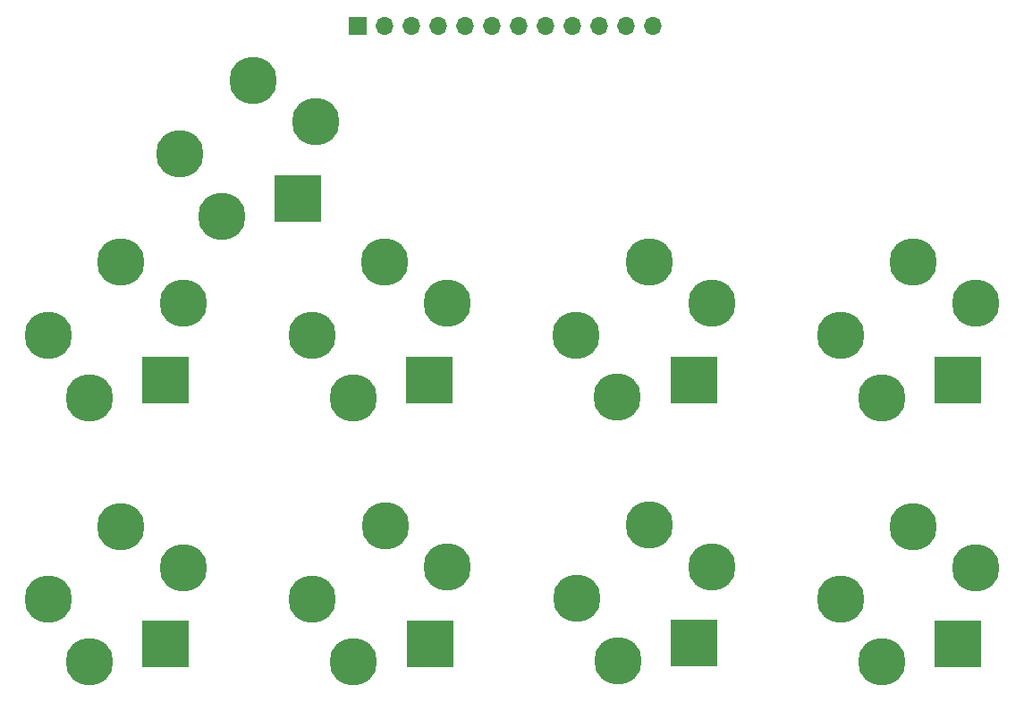
<source format=gbr>
%TF.GenerationSoftware,KiCad,Pcbnew,(5.1.9)-1*%
%TF.CreationDate,2021-08-20T18:58:32+01:00*%
%TF.ProjectId,KOSMOS LFO6 Jack Panel,4b4f534d-4f53-4204-9c46-4f36204a6163,rev?*%
%TF.SameCoordinates,Original*%
%TF.FileFunction,Soldermask,Top*%
%TF.FilePolarity,Negative*%
%FSLAX46Y46*%
G04 Gerber Fmt 4.6, Leading zero omitted, Abs format (unit mm)*
G04 Created by KiCad (PCBNEW (5.1.9)-1) date 2021-08-20 18:58:32*
%MOMM*%
%LPD*%
G01*
G04 APERTURE LIST*
%ADD10R,1.700000X1.700000*%
%ADD11O,1.700000X1.700000*%
%ADD12C,4.500000*%
%ADD13R,4.500001X4.500001*%
%ADD14C,4.500001*%
G04 APERTURE END LIST*
D10*
%TO.C,J1*%
X49300000Y-17880000D03*
D11*
X51840000Y-17880000D03*
X54380000Y-17880000D03*
X56920000Y-17880000D03*
X59460000Y-17880000D03*
X62000000Y-17880000D03*
X64540000Y-17880000D03*
X67080000Y-17880000D03*
X69620000Y-17880000D03*
X72160000Y-17880000D03*
X74700000Y-17880000D03*
X77240000Y-17880000D03*
%TD*%
D12*
%TO.C,J2*%
X20030000Y-47200000D03*
D13*
X31170000Y-51440000D03*
D14*
X26930000Y-40300000D03*
D12*
X23930000Y-53100000D03*
D14*
X32830000Y-44200000D03*
%TD*%
%TO.C,J3*%
X32830000Y-69190000D03*
D12*
X23930000Y-78090000D03*
D14*
X26930000Y-65290000D03*
D13*
X31170000Y-76430000D03*
D12*
X20030000Y-72190000D03*
%TD*%
%TO.C,J4*%
X45010000Y-47200000D03*
D13*
X56150000Y-51440000D03*
D14*
X51910000Y-40300000D03*
D12*
X48910000Y-53100000D03*
D14*
X57810000Y-44200000D03*
%TD*%
%TO.C,J5*%
X57830000Y-69180000D03*
D12*
X48930000Y-78080000D03*
D14*
X51930000Y-65280000D03*
D13*
X56170000Y-76420000D03*
D12*
X45030000Y-72180000D03*
%TD*%
%TO.C,J6*%
X32530000Y-30010000D03*
D13*
X43670000Y-34250000D03*
D14*
X39430000Y-23110000D03*
D12*
X36430000Y-35910000D03*
D14*
X45330000Y-27010000D03*
%TD*%
D12*
%TO.C,J7*%
X70030000Y-47190000D03*
D13*
X81170000Y-51430000D03*
D14*
X76930000Y-40290000D03*
D12*
X73930000Y-53090000D03*
D14*
X82830000Y-44190000D03*
%TD*%
%TO.C,J8*%
X82840000Y-69100000D03*
D12*
X73940000Y-78000000D03*
D14*
X76940000Y-65200000D03*
D13*
X81180000Y-76340000D03*
D12*
X70040000Y-72100000D03*
%TD*%
%TO.C,J9*%
X95040000Y-47200000D03*
D13*
X106180000Y-51440000D03*
D14*
X101940000Y-40300000D03*
D12*
X98940000Y-53100000D03*
D14*
X107840000Y-44200000D03*
%TD*%
%TO.C,J10*%
X107830000Y-69190000D03*
D12*
X98930000Y-78090000D03*
D14*
X101930000Y-65290000D03*
D13*
X106170000Y-76430000D03*
D12*
X95030000Y-72190000D03*
%TD*%
M02*

</source>
